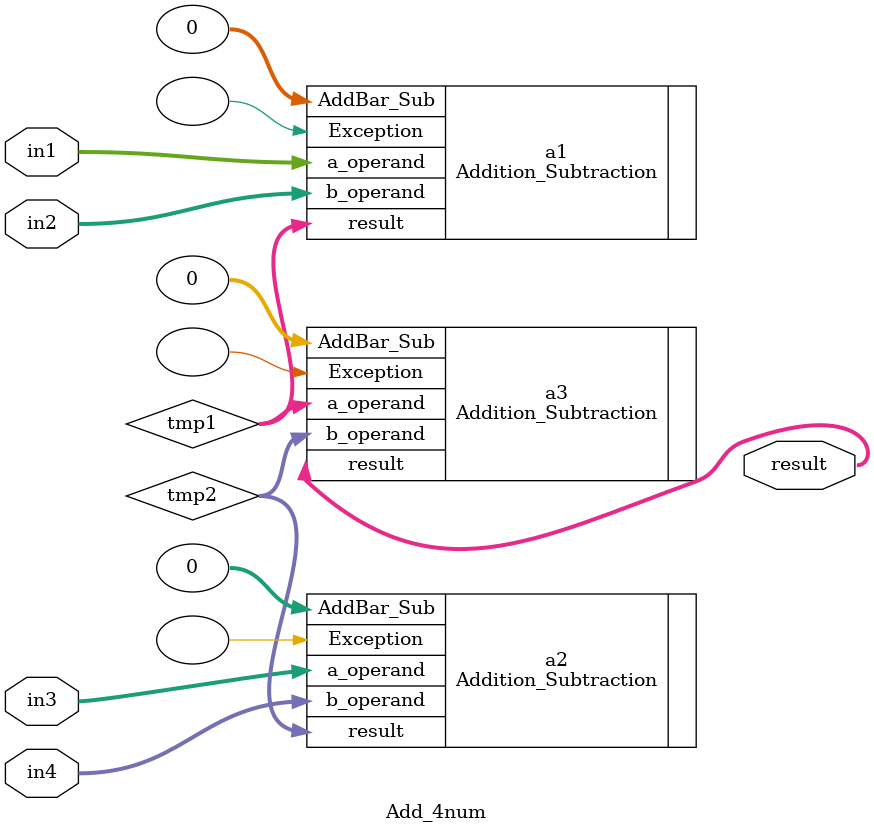
<source format=v>
 module Add_4num(
	input [31:0] in1,in2,in3,in4,
	output [31:0] result
);
	wire [31:0] tmp1,tmp2;
	
	Addition_Subtraction a1(.a_operand(in1),.b_operand(in2),.AddBar_Sub(0),.Exception(),.result(tmp1));
	Addition_Subtraction a2(.a_operand(in3),.b_operand(in4),.AddBar_Sub(0),.Exception(),.result(tmp2));
	Addition_Subtraction a3(.a_operand(tmp1),.b_operand(tmp2),.AddBar_Sub(0),.Exception(),.result(result));
 
endmodule 
</source>
